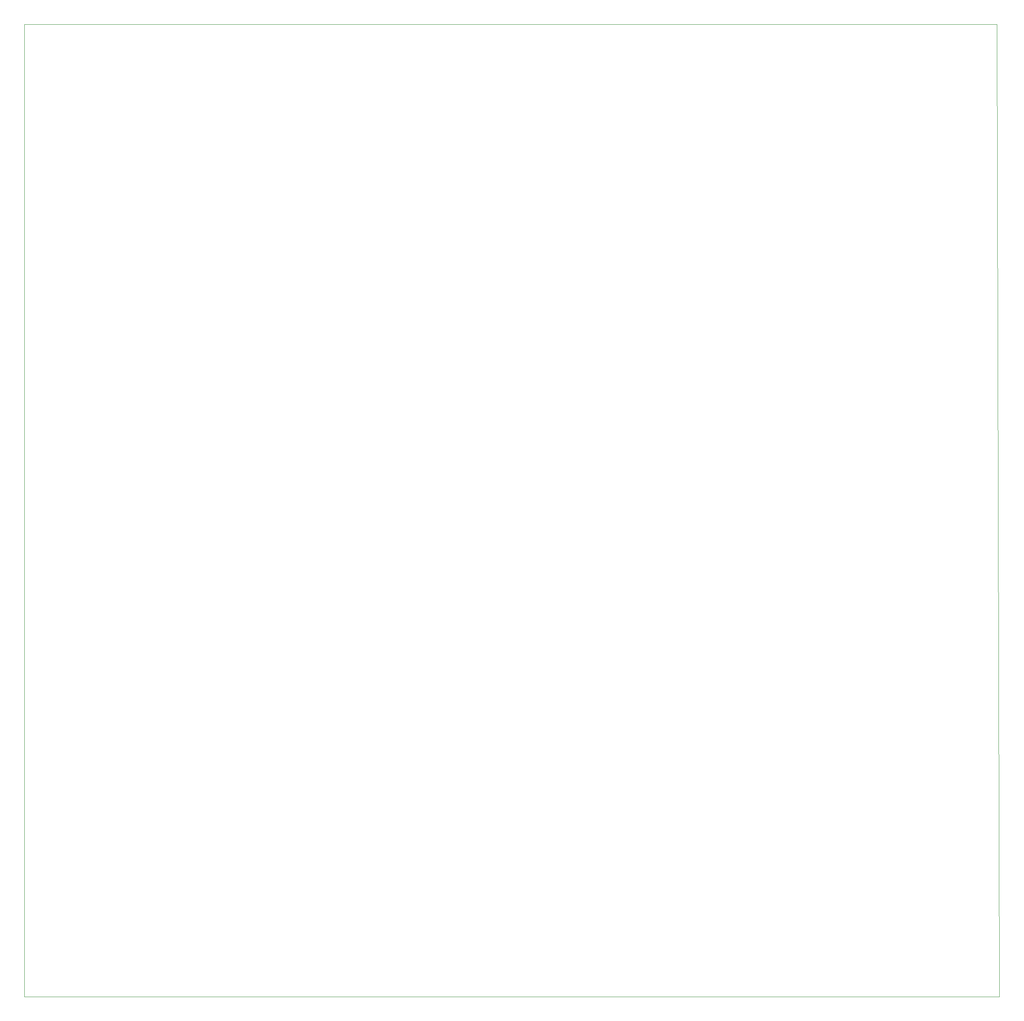
<source format=gbr>
%TF.GenerationSoftware,KiCad,Pcbnew,9.0.4*%
%TF.CreationDate,2025-11-06T21:19:11-08:00*%
%TF.ProjectId,SolarChargingStation,536f6c61-7243-4686-9172-67696e675374,rev?*%
%TF.SameCoordinates,Original*%
%TF.FileFunction,Profile,NP*%
%FSLAX46Y46*%
G04 Gerber Fmt 4.6, Leading zero omitted, Abs format (unit mm)*
G04 Created by KiCad (PCBNEW 9.0.4) date 2025-11-06 21:19:11*
%MOMM*%
%LPD*%
G01*
G04 APERTURE LIST*
%TA.AperFunction,Profile*%
%ADD10C,0.050000*%
%TD*%
G04 APERTURE END LIST*
D10*
X81788000Y-15684500D02*
X81788000Y-11684000D01*
X284988000Y-11684000D02*
X285496000Y-214884000D01*
X81788000Y-214884000D02*
X285496000Y-214884000D01*
X81788000Y-15684500D02*
X81788000Y-201739500D01*
X284988000Y-11684000D02*
X81788000Y-11684000D01*
X81788000Y-214884000D02*
X81788000Y-201739500D01*
M02*

</source>
